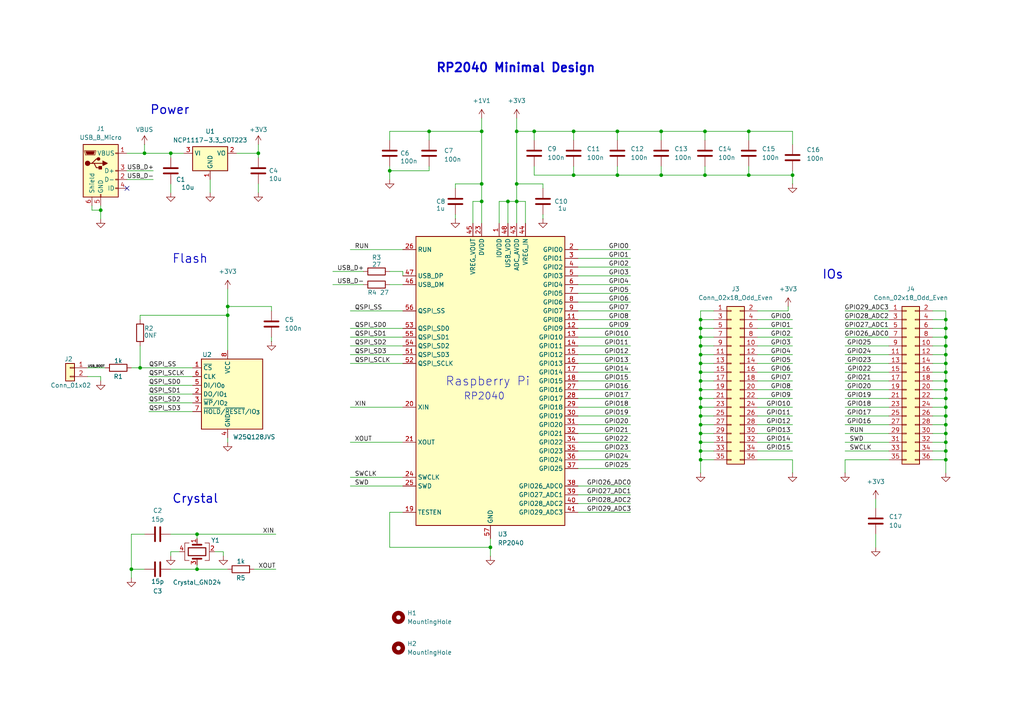
<source format=kicad_sch>
(kicad_sch (version 20250114) (generator "eeschema") (generator_version "9.0")
  (paper "A4")
  (title_block (title "RASPBERRY PI RP2040") (date "02-08-2025") (rev "v1") (company "ROOPA GHATKE"))
  (lib_symbols
    (symbol "Connector:USB_B_Micro" (pin_names (offset 1.016))
      (property "Reference" "J" (at -5.08 11.43 0))
      (property "Value" "USB_B_Micro" (at -5.08 8.89 0))
      (symbol "USB_B_Micro_1_1"
        (pin passive line (at -2.54 -10.16 90) (length 2.54) (name "Shield") (number "6"))
        (pin power_out line (at 0 -10.16 90) (length 2.54) (name "GND") (number "5"))
        (pin power_out line (at 7.62 5.08 180) (length 2.54) (name "VBUS") (number "1"))
        (pin bidirectional line (at 7.62 0 180) (length 2.54) (name "D+") (number "3"))
        (pin bidirectional line (at 7.62 -2.54 180) (length 2.54) (name "D-") (number "2"))
        (pin passive line (at 7.62 -5.08 180) (length 2.54) (name "ID") (number "4"))
      )
    )
    (symbol "Connector_Generic:Conn_01x02" (pin_names (offset 1.016) (hide yes))
      (property "Reference" "J" (at 0 2.54 0))
      (property "Value" "Conn_01x02" (at 0 -5.08 0))
      (symbol "Conn_01x02_1_1"
        (pin passive line (at -5.08 0 0) (length 3.81) (name "Pin_1") (number "1"))
        (pin passive line (at -5.08 -2.54 0) (length 3.81) (name "Pin_2") (number "2"))
      )
    )
    (symbol "Connector_Generic:Conn_02x18_Odd_Even" (pin_names (offset 1.016) (hide yes))
      (property "Reference" "J" (at 1.27 22.86 0))
      (property "Value" "Conn_02x18_Odd_Even" (at 1.27 -25.4 0))
      (symbol "Conn_02x18_Odd_Even_1_1"
        (pin passive line (at -5.08 20.32 0) (length 3.81) (name "Pin_1") (number "1"))
        (pin passive line (at -5.08 17.78 0) (length 3.81) (name "Pin_3") (number "3"))
        (pin passive line (at -5.08 15.24 0) (length 3.81) (name "Pin_5") (number "5"))
        (pin passive line (at -5.08 12.7 0) (length 3.81) (name "Pin_7") (number "7"))
        (pin passive line (at -5.08 10.16 0) (length 3.81) (name "Pin_9") (number "9"))
        (pin passive line (at -5.08 7.62 0) (length 3.81) (name "Pin_11") (number "11"))
        (pin passive line (at -5.08 5.08 0) (length 3.81) (name "Pin_13") (number "13"))
        (pin passive line (at -5.08 2.54 0) (length 3.81) (name "Pin_15") (number "15"))
        (pin passive line (at -5.08 0 0) (length 3.81) (name "Pin_17") (number "17"))
        (pin passive line (at -5.08 -2.54 0) (length 3.81) (name "Pin_19") (number "19"))
        (pin passive line (at -5.08 -5.08 0) (length 3.81) (name "Pin_21") (number "21"))
        (pin passive line (at -5.08 -7.62 0) (length 3.81) (name "Pin_23") (number "23"))
        (pin passive line (at -5.08 -10.16 0) (length 3.81) (name "Pin_25") (number "25"))
        (pin passive line (at -5.08 -12.7 0) (length 3.81) (name "Pin_27") (number "27"))
        (pin passive line (at -5.08 -15.24 0) (length 3.81) (name "Pin_29") (number "29"))
        (pin passive line (at -5.08 -17.78 0) (length 3.81) (name "Pin_31") (number "31"))
        (pin passive line (at -5.08 -20.32 0) (length 3.81) (name "Pin_33") (number "33"))
        (pin passive line (at -5.08 -22.86 0) (length 3.81) (name "Pin_35") (number "35"))
        (pin passive line (at 7.62 20.32 180) (length 3.81) (name "Pin_2") (number "2"))
        (pin passive line (at 7.62 17.78 180) (length 3.81) (name "Pin_4") (number "4"))
        (pin passive line (at 7.62 15.24 180) (length 3.81) (name "Pin_6") (number "6"))
        (pin passive line (at 7.62 12.7 180) (length 3.81) (name "Pin_8") (number "8"))
        (pin passive line (at 7.62 10.16 180) (length 3.81) (name "Pin_10") (number "10"))
        (pin passive line (at 7.62 7.62 180) (length 3.81) (name "Pin_12") (number "12"))
        (pin passive line (at 7.62 5.08 180) (length 3.81) (name "Pin_14") (number "14"))
        (pin passive line (at 7.62 2.54 180) (length 3.81) (name "Pin_16") (number "16"))
        (pin passive line (at 7.62 0 180) (length 3.81) (name "Pin_18") (number "18"))
        (pin passive line (at 7.62 -2.54 180) (length 3.81) (name "Pin_20") (number "20"))
        (pin passive line (at 7.62 -5.08 180) (length 3.81) (name "Pin_22") (number "22"))
        (pin passive line (at 7.62 -7.62 180) (length 3.81) (name "Pin_24") (number "24"))
        (pin passive line (at 7.62 -10.16 180) (length 3.81) (name "Pin_26") (number "26"))
        (pin passive line (at 7.62 -12.7 180) (length 3.81) (name "Pin_28") (number "28"))
        (pin passive line (at 7.62 -15.24 180) (length 3.81) (name "Pin_30") (number "30"))
        (pin passive line (at 7.62 -17.78 180) (length 3.81) (name "Pin_32") (number "32"))
        (pin passive line (at 7.62 -20.32 180) (length 3.81) (name "Pin_34") (number "34"))
        (pin passive line (at 7.62 -22.86 180) (length 3.81) (name "Pin_36") (number "36"))
      )
    )
    (symbol "Device:C" (pin_numbers (hide yes)) (pin_names (offset 0.254))
      (property "Reference" "C" (at 0.635 2.54 0))
      (property "Value" "C" (at 0.635 -2.54 0))
      (symbol "C_1_1"
        (pin passive line (at 0 3.81 270) (length 2.794) (name "~") (number "1"))
        (pin passive line (at 0 -3.81 90) (length 2.794) (name "~") (number "2"))
      )
    )
    (symbol "Device:Crystal_GND24" (pin_names (offset 1.016) (hide yes))
      (property "Reference" "Y" (at 3.175 5.08 0))
      (property "Value" "Crystal_GND24" (at 3.175 3.175 0))
      (symbol "Crystal_GND24_1_1"
        (pin passive line (at -3.81 0 0) (length 1.27) (name "1") (number "1"))
        (pin passive line (at 0 5.08 270) (length 1.27) (name "2") (number "2"))
        (pin passive line (at 0 -5.08 90) (length 1.27) (name "4") (number "4"))
        (pin passive line (at 3.81 0 180) (length 1.27) (name "3") (number "3"))
      )
    )
    (symbol "Device:R" (pin_numbers (hide yes)) (pin_names (offset 0))
      (property "Reference" "R" (at 2.032 0 90))
      (property "Value" "R" (at 0 0 90))
      (symbol "R_1_1"
        (pin passive line (at 0 3.81 270) (length 1.27) (name "~") (number "1"))
        (pin passive line (at 0 -3.81 90) (length 1.27) (name "~") (number "2"))
      )
    )
    (symbol "MCU_RaspberryPi:RP2040"
      (property "Reference" "U" (at 17.78 45.72 0))
      (property "Value" "RP2040" (at 17.78 43.18 0))
      (symbol "RP2040_1_1"
        (pin input line (at -25.4 38.1 0) (length 3.81) (name "RUN") (number "26"))
        (pin bidirectional line (at -25.4 30.48 0) (length 3.81) (name "USB_DP") (number "47"))
        (pin bidirectional line (at -25.4 27.94 0) (length 3.81) (name "USB_DM") (number "46"))
        (pin bidirectional line (at -25.4 20.32 0) (length 3.81) (name "QSPI_SS") (number "56"))
        (pin bidirectional line (at -25.4 15.24 0) (length 3.81) (name "QSPI_SD0") (number "53"))
        (pin bidirectional line (at -25.4 12.7 0) (length 3.81) (name "QSPI_SD1") (number "55"))
        (pin bidirectional line (at -25.4 10.16 0) (length 3.81) (name "QSPI_SD2") (number "54"))
        (pin bidirectional line (at -25.4 7.62 0) (length 3.81) (name "QSPI_SD3") (number "51"))
        (pin output line (at -25.4 5.08 0) (length 3.81) (name "QSPI_SCLK") (number "52"))
        (pin input line (at -25.4 -7.62 0) (length 3.81) (name "XIN") (number "20"))
        (pin passive line (at -25.4 -17.78 0) (length 3.81) (name "XOUT") (number "21"))
        (pin input line (at -25.4 -27.94 0) (length 3.81) (name "SWCLK") (number "24"))
        (pin bidirectional line (at -25.4 -30.48 0) (length 3.81) (name "SWD") (number "25"))
        (pin input line (at -25.4 -38.1 0) (length 3.81) (name "TESTEN") (number "19"))
        (pin power_out line (at -5.08 45.72 270) (length 3.81) (name "VREG_VOUT") (number "45"))
        (pin power_in line (at -2.54 45.72 270) (length 3.81) (name "DVDD") (number "23"))
        (pin passive line (at -2.54 45.72 270) (length 3.81) (hide yes) (name "DVDD") (number "50"))
        (pin power_in line (at 0 -45.72 90) (length 3.81) (name "GND") (number "57"))
        (pin power_in line (at 2.54 45.72 270) (length 3.81) (name "IOVDD") (number "1"))
        (pin passive line (at 2.54 45.72 270) (length 3.81) (hide yes) (name "IOVDD") (number "10"))
        (pin passive line (at 2.54 45.72 270) (length 3.81) (hide yes) (name "IOVDD") (number "22"))
        (pin passive line (at 2.54 45.72 270) (length 3.81) (hide yes) (name "IOVDD") (number "33"))
        (pin passive line (at 2.54 45.72 270) (length 3.81) (hide yes) (name "IOVDD") (number "42"))
        (pin passive line (at 2.54 45.72 270) (length 3.81) (hide yes) (name "IOVDD") (number "49"))
        (pin power_in line (at 5.08 45.72 270) (length 3.81) (name "USB_VDD") (number "48"))
        (pin power_in line (at 7.62 45.72 270) (length 3.81) (name "ADC_AVDD") (number "43"))
        (pin power_in line (at 10.16 45.72 270) (length 3.81) (name "VREG_IN") (number "44"))
        (pin bidirectional line (at 25.4 38.1 180) (length 3.81) (name "GPIO0") (number "2"))
        (pin bidirectional line (at 25.4 35.56 180) (length 3.81) (name "GPIO1") (number "3"))
        (pin bidirectional line (at 25.4 33.02 180) (length 3.81) (name "GPIO2") (number "4"))
        (pin bidirectional line (at 25.4 30.48 180) (length 3.81) (name "GPIO3") (number "5"))
        (pin bidirectional line (at 25.4 27.94 180) (length 3.81) (name "GPIO4") (number "6"))
        (pin bidirectional line (at 25.4 25.4 180) (length 3.81) (name "GPIO5") (number "7"))
        (pin bidirectional line (at 25.4 22.86 180) (length 3.81) (name "GPIO6") (number "8"))
        (pin bidirectional line (at 25.4 20.32 180) (length 3.81) (name "GPIO7") (number "9"))
        (pin bidirectional line (at 25.4 17.78 180) (length 3.81) (name "GPIO8") (number "11"))
        (pin bidirectional line (at 25.4 15.24 180) (length 3.81) (name "GPIO9") (number "12"))
        (pin bidirectional line (at 25.4 12.7 180) (length 3.81) (name "GPIO10") (number "13"))
        (pin bidirectional line (at 25.4 10.16 180) (length 3.81) (name "GPIO11") (number "14"))
        (pin bidirectional line (at 25.4 7.62 180) (length 3.81) (name "GPIO12") (number "15"))
        (pin bidirectional line (at 25.4 5.08 180) (length 3.81) (name "GPIO13") (number "16"))
        (pin bidirectional line (at 25.4 2.54 180) (length 3.81) (name "GPIO14") (number "17"))
        (pin bidirectional line (at 25.4 0 180) (length 3.81) (name "GPIO15") (number "18"))
        (pin bidirectional line (at 25.4 -2.54 180) (length 3.81) (name "GPIO16") (number "27"))
        (pin bidirectional line (at 25.4 -5.08 180) (length 3.81) (name "GPIO17") (number "28"))
        (pin bidirectional line (at 25.4 -7.62 180) (length 3.81) (name "GPIO18") (number "29"))
        (pin bidirectional line (at 25.4 -10.16 180) (length 3.81) (name "GPIO19") (number "30"))
        (pin bidirectional line (at 25.4 -12.7 180) (length 3.81) (name "GPIO20") (number "31"))
        (pin bidirectional line (at 25.4 -15.24 180) (length 3.81) (name "GPIO21") (number "32"))
        (pin bidirectional line (at 25.4 -17.78 180) (length 3.81) (name "GPIO22") (number "34"))
        (pin bidirectional line (at 25.4 -20.32 180) (length 3.81) (name "GPIO23") (number "35"))
        (pin bidirectional line (at 25.4 -22.86 180) (length 3.81) (name "GPIO24") (number "36"))
        (pin bidirectional line (at 25.4 -25.4 180) (length 3.81) (name "GPIO25") (number "37"))
        (pin bidirectional line (at 25.4 -30.48 180) (length 3.81) (name "GPIO26_ADC0") (number "38"))
        (pin bidirectional line (at 25.4 -33.02 180) (length 3.81) (name "GPIO27_ADC1") (number "39"))
        (pin bidirectional line (at 25.4 -35.56 180) (length 3.81) (name "GPIO28_ADC2") (number "40"))
        (pin bidirectional line (at 25.4 -38.1 180) (length 3.81) (name "GPIO29_ADC3") (number "41"))
      )
    )
    (symbol "Mechanical:MountingHole" (pin_names (offset 1.016)) (in_bom no)
      (property "Reference" "H" (at 0 5.08 0))
      (property "Value" "MountingHole" (at 0 3.175 0))
    )
    (symbol "Memory_Flash:W25Q128JVS"
      (property "Reference" "U" (at -6.35 11.43 0))
      (property "Value" "W25Q128JVS" (at 7.62 11.43 0))
      (symbol "W25Q128JVS_1_1"
        (pin input line (at -10.16 7.62 0) (length 2.54) (name "~{CS}") (number "1"))
        (pin input line (at -10.16 5.08 0) (length 2.54) (name "CLK") (number "6"))
        (pin bidirectional line (at -10.16 2.54 0) (length 2.54) (name "DI/IO_{0}") (number "5"))
        (pin bidirectional line (at -10.16 0 0) (length 2.54) (name "DO/IO_{1}") (number "2"))
        (pin bidirectional line (at -10.16 -2.54 0) (length 2.54) (name "~{WP}/IO_{2}") (number "3"))
        (pin bidirectional line (at -10.16 -5.08 0) (length 2.54) (name "~{HOLD}/~{RESET}/IO_{3}") (number "7"))
        (pin power_in line (at 0 12.7 270) (length 2.54) (name "VCC") (number "8"))
        (pin power_in line (at 0 -12.7 90) (length 2.54) (name "GND") (number "4"))
      )
    )
    (symbol "Regulator_Linear:NCP1117-3.3_SOT223"
      (property "Reference" "U" (at -3.81 3.175 0))
      (property "Value" "NCP1117-3.3_SOT223" (at 0 3.175 0))
      (symbol "NCP1117-3.3_SOT223_1_1"
        (pin power_in line (at -7.62 0 0) (length 2.54) (name "VI") (number "3"))
        (pin power_in line (at 0 -7.62 90) (length 2.54) (name "GND") (number "1"))
        (pin power_out line (at 7.62 0 180) (length 2.54) (name "VO") (number "2"))
      )
    )
    (symbol "power:+1V1" (power) (pin_numbers (hide yes)) (pin_names (offset 0) (hide yes))
      (property "Value" "+1V1" (at 0 3.556 0))
      (symbol "+1V1_1_1"
        (pin power_in line (at 0 0 90) (length 0) (name "~") (number "1"))
      )
    )
    (symbol "power:+3V3" (power) (pin_numbers (hide yes)) (pin_names (offset 0) (hide yes))
      (property "Value" "+3V3" (at 0 3.556 0))
      (symbol "+3V3_1_1"
        (pin power_in line (at 0 0 90) (length 0) (name "~") (number "1"))
      )
    )
    (symbol "power:GND" (power) (pin_numbers (hide yes)) (pin_names (offset 0) (hide yes))
      (property "Value" "GND" (at 0 -3.81 0))
      (symbol "GND_1_1"
        (pin power_in line (at 0 0 270) (length 0) (name "~") (number "1"))
      )
    )
    (symbol "power:VBUS" (power) (pin_numbers (hide yes)) (pin_names (offset 0) (hide yes))
      (property "Value" "VBUS" (at 0 3.556 0))
      (symbol "VBUS_1_1"
        (pin power_in line (at 0 0 90) (length 0) (name "~") (number "1"))
      )
    )
  )
  (text "IOs\n" (at 241.554 79.756 0) (effects (font (size 2.54 2.54) (thickness 0.3175))))
  (text "Raspberry Pi" (at 141.478 110.744 0) (effects (font (size 2.54 2.54))))
  (text "Flash" (at 55.118 75.184 0) (effects (font (size 2.54 2.54) (thickness 0.254) (bold yes))))
  (text "Power" (at 49.276 32.004 0) (effects (font (size 2.54 2.54) (thickness 0.3175))))
  (text "Crystal" (at 56.642 144.78 0) (effects (font (size 2.54 2.54) (thickness 0.3175))))
  (text "RP2040 Minimal Design\n" (at 149.606 19.812 0) (effects (font (size 2.54 2.54) (thickness 0.508) (bold yes))))
  (text "RP2040\n" (at 140.462 115.062 0) (effects (font (size 2.032 2.032))))
  (junction (at 191.77 38.1))
  (junction (at 149.86 53.34))
  (junction (at 203.2 128.27))
  (junction (at 274.32 97.79))
  (junction (at 38.1 165.1))
  (junction (at 179.07 38.1))
  (junction (at 203.2 120.65))
  (junction (at 203.2 123.19))
  (junction (at 40.64 106.68))
  (junction (at 149.86 38.1))
  (junction (at 66.04 91.44))
  (junction (at 217.17 50.8))
  (junction (at 203.2 110.49))
  (junction (at 203.2 130.81))
  (junction (at 274.32 125.73))
  (junction (at 203.2 118.11))
  (junction (at 274.32 95.25))
  (junction (at 57.15 154.94))
  (junction (at 203.2 125.73))
  (junction (at 274.32 102.87))
  (junction (at 149.86 58.42))
  (junction (at 113.03 49.53))
  (junction (at 179.07 50.8))
  (junction (at 203.2 95.25))
  (junction (at 166.37 50.8))
  (junction (at 41.91 44.45))
  (junction (at 139.7 53.34))
  (junction (at 229.87 50.8))
  (junction (at 49.53 44.45))
  (junction (at 274.32 92.71))
  (junction (at 217.17 38.1))
  (junction (at 274.32 120.65))
  (junction (at 66.04 88.9))
  (junction (at 203.2 113.03))
  (junction (at 29.21 60.96))
  (junction (at 204.47 38.1))
  (junction (at 191.77 50.8))
  (junction (at 142.24 158.75))
  (junction (at 57.15 165.1))
  (junction (at 274.32 110.49))
  (junction (at 274.32 107.95))
  (junction (at 139.7 38.1))
  (junction (at 274.32 113.03))
  (junction (at 203.2 92.71))
  (junction (at 203.2 105.41))
  (junction (at 274.32 123.19))
  (junction (at 204.47 50.8))
  (junction (at 203.2 102.87))
  (junction (at 203.2 107.95))
  (junction (at 124.46 38.1))
  (junction (at 147.32 58.42))
  (junction (at 74.93 44.45))
  (junction (at 274.32 133.35))
  (junction (at 203.2 97.79))
  (junction (at 139.7 58.42))
  (junction (at 274.32 118.11))
  (junction (at 274.32 100.33))
  (junction (at 274.32 115.57))
  (junction (at 203.2 133.35))
  (junction (at 203.2 115.57))
  (junction (at 154.94 38.1))
  (junction (at 274.32 130.81))
  (junction (at 274.32 105.41))
  (junction (at 166.37 38.1))
  (junction (at 203.2 100.33))
  (junction (at 274.32 128.27))
  (no_connect (at 36.83 54.61))
  (wire (pts (xy 270.51 125.73) (xy 274.32 125.73)))
  (wire (pts (xy 57.15 154.94) (xy 57.15 156.21)))
  (wire (pts (xy 270.51 100.33) (xy 274.32 100.33)))
  (wire (pts (xy 270.51 128.27) (xy 274.32 128.27)))
  (wire (pts (xy 40.64 106.68) (xy 55.88 106.68)))
  (wire (pts (xy 66.04 88.9) (xy 66.04 91.44)))
  (wire (pts (xy 139.7 53.34) (xy 139.7 58.42)))
  (wire (pts (xy 113.03 158.75) (xy 142.24 158.75)))
  (wire (pts (xy 40.64 92.71) (xy 40.64 91.44)))
  (wire (pts (xy 124.46 38.1) (xy 124.46 40.64)))
  (wire (pts (xy 49.53 160.02) (xy 49.53 161.29)))
  (wire (pts (xy 274.32 107.95) (xy 274.32 110.49)))
  (wire (pts (xy 166.37 38.1) (xy 179.07 38.1)))
  (wire (pts (xy 167.64 118.11) (xy 182.88 118.11)))
  (wire (pts (xy 167.64 85.09) (xy 182.88 85.09)))
  (wire (pts (xy 270.51 105.41) (xy 274.32 105.41)))
  (wire (pts (xy 217.17 50.8) (xy 229.87 50.8)))
  (wire (pts (xy 167.64 133.35) (xy 182.88 133.35)))
  (wire (pts (xy 101.6 95.25) (xy 116.84 95.25)))
  (wire (pts (xy 38.1 154.94) (xy 38.1 165.1)))
  (wire (pts (xy 49.53 44.45) (xy 49.53 45.72)))
  (wire (pts (xy 270.51 120.65) (xy 274.32 120.65)))
  (wire (pts (xy 154.94 38.1) (xy 154.94 40.64)))
  (wire (pts (xy 66.04 83.82) (xy 66.04 88.9)))
  (wire (pts (xy 113.03 49.53) (xy 124.46 49.53)))
  (wire (pts (xy 57.15 154.94) (xy 80.01 154.94)))
  (wire (pts (xy 203.2 120.65) (xy 203.2 123.19)))
  (wire (pts (xy 101.6 118.11) (xy 116.84 118.11)))
  (wire (pts (xy 74.93 44.45) (xy 74.93 45.72)))
  (wire (pts (xy 167.64 97.79) (xy 182.88 97.79)))
  (wire (pts (xy 270.51 123.19) (xy 274.32 123.19)))
  (wire (pts (xy 124.46 49.53) (xy 124.46 48.26)))
  (wire (pts (xy 203.2 100.33) (xy 207.01 100.33)))
  (wire (pts (xy 101.6 105.41) (xy 116.84 105.41)))
  (wire (pts (xy 154.94 38.1) (xy 166.37 38.1)))
  (wire (pts (xy 66.04 127) (xy 66.04 128.27)))
  (wire (pts (xy 229.87 133.35) (xy 229.87 137.16)))
  (wire (pts (xy 203.2 97.79) (xy 203.2 100.33)))
  (wire (pts (xy 191.77 38.1) (xy 204.47 38.1)))
  (wire (pts (xy 270.51 130.81) (xy 274.32 130.81)))
  (wire (pts (xy 57.15 163.83) (xy 57.15 165.1)))
  (wire (pts (xy 40.64 106.68) (xy 40.64 100.33)))
  (wire (pts (xy 228.6 88.9) (xy 228.6 90.17)))
  (wire (pts (xy 179.07 38.1) (xy 179.07 40.64)))
  (wire (pts (xy 74.93 41.91) (xy 74.93 44.45)))
  (wire (pts (xy 203.2 118.11) (xy 207.01 118.11)))
  (wire (pts (xy 245.11 123.19) (xy 257.81 123.19)))
  (wire (pts (xy 245.11 133.35) (xy 245.11 137.16)))
  (wire (pts (xy 101.6 72.39) (xy 116.84 72.39)))
  (wire (pts (xy 229.87 38.1) (xy 229.87 41.91)))
  (wire (pts (xy 257.81 102.87) (xy 245.11 102.87)))
  (wire (pts (xy 29.21 109.22) (xy 29.21 110.49)))
  (wire (pts (xy 166.37 48.26) (xy 166.37 50.8)))
  (wire (pts (xy 191.77 38.1) (xy 191.77 40.64)))
  (wire (pts (xy 203.2 115.57) (xy 203.2 118.11)))
  (wire (pts (xy 132.08 53.34) (xy 139.7 53.34)))
  (wire (pts (xy 43.18 109.22) (xy 55.88 109.22)))
  (wire (pts (xy 274.32 113.03) (xy 274.32 115.57)))
  (wire (pts (xy 167.64 77.47) (xy 182.88 77.47)))
  (wire (pts (xy 203.2 130.81) (xy 207.01 130.81)))
  (wire (pts (xy 49.53 53.34) (xy 49.53 55.88)))
  (wire (pts (xy 96.52 78.74) (xy 105.41 78.74)))
  (wire (pts (xy 149.86 38.1) (xy 154.94 38.1)))
  (wire (pts (xy 167.64 74.93) (xy 182.88 74.93)))
  (wire (pts (xy 101.6 97.79) (xy 116.84 97.79)))
  (wire (pts (xy 245.11 115.57) (xy 257.81 115.57)))
  (wire (pts (xy 96.52 82.55) (xy 105.41 82.55)))
  (wire (pts (xy 219.71 102.87) (xy 229.87 102.87)))
  (wire (pts (xy 219.71 90.17) (xy 228.6 90.17)))
  (wire (pts (xy 203.2 128.27) (xy 207.01 128.27)))
  (wire (pts (xy 257.81 110.49) (xy 245.11 110.49)))
  (wire (pts (xy 203.2 120.65) (xy 207.01 120.65)))
  (wire (pts (xy 219.71 123.19) (xy 229.87 123.19)))
  (wire (pts (xy 43.18 116.84) (xy 55.88 116.84)))
  (wire (pts (xy 78.74 97.79) (xy 78.74 99.06)))
  (wire (pts (xy 149.86 38.1) (xy 149.86 53.34)))
  (wire (pts (xy 203.2 118.11) (xy 203.2 120.65)))
  (wire (pts (xy 274.32 130.81) (xy 274.32 133.35)))
  (wire (pts (xy 219.71 133.35) (xy 229.87 133.35)))
  (wire (pts (xy 254 144.78) (xy 254 147.32)))
  (wire (pts (xy 149.86 58.42) (xy 149.86 64.77)))
  (wire (pts (xy 257.81 105.41) (xy 245.11 105.41)))
  (wire (pts (xy 139.7 34.29) (xy 139.7 38.1)))
  (wire (pts (xy 167.64 105.41) (xy 182.88 105.41)))
  (wire (pts (xy 113.03 40.64) (xy 113.03 38.1)))
  (wire (pts (xy 274.32 115.57) (xy 274.32 118.11)))
  (wire (pts (xy 207.01 90.17) (xy 203.2 90.17)))
  (wire (pts (xy 116.84 148.59) (xy 113.03 148.59)))
  (wire (pts (xy 101.6 90.17) (xy 116.84 90.17)))
  (wire (pts (xy 57.15 165.1) (xy 66.04 165.1)))
  (wire (pts (xy 203.2 92.71) (xy 203.2 95.25)))
  (wire (pts (xy 203.2 125.73) (xy 203.2 128.27)))
  (wire (pts (xy 217.17 38.1) (xy 229.87 38.1)))
  (wire (pts (xy 113.03 38.1) (xy 124.46 38.1)))
  (wire (pts (xy 203.2 90.17) (xy 203.2 92.71)))
  (wire (pts (xy 219.71 95.25) (xy 229.87 95.25)))
  (wire (pts (xy 132.08 54.61) (xy 132.08 53.34)))
  (wire (pts (xy 203.2 130.81) (xy 203.2 133.35)))
  (wire (pts (xy 229.87 50.8) (xy 229.87 53.34)))
  (wire (pts (xy 270.51 118.11) (xy 274.32 118.11)))
  (wire (pts (xy 274.32 102.87) (xy 274.32 105.41)))
  (wire (pts (xy 144.78 58.42) (xy 147.32 58.42)))
  (wire (pts (xy 245.11 100.33) (xy 257.81 100.33)))
  (wire (pts (xy 219.71 113.03) (xy 229.87 113.03)))
  (wire (pts (xy 219.71 130.81) (xy 229.87 130.81)))
  (wire (pts (xy 167.64 107.95) (xy 182.88 107.95)))
  (wire (pts (xy 203.2 92.71) (xy 207.01 92.71)))
  (wire (pts (xy 132.08 62.23) (xy 132.08 63.5)))
  (wire (pts (xy 203.2 113.03) (xy 203.2 115.57)))
  (wire (pts (xy 38.1 165.1) (xy 38.1 167.64)))
  (wire (pts (xy 29.21 59.69) (xy 29.21 60.96)))
  (wire (pts (xy 179.07 48.26) (xy 179.07 50.8)))
  (wire (pts (xy 167.64 128.27) (xy 182.88 128.27)))
  (wire (pts (xy 203.2 95.25) (xy 207.01 95.25)))
  (wire (pts (xy 36.83 49.53) (xy 44.45 49.53)))
  (wire (pts (xy 101.6 102.87) (xy 116.84 102.87)))
  (wire (pts (xy 219.71 97.79) (xy 229.87 97.79)))
  (wire (pts (xy 167.64 110.49) (xy 182.88 110.49)))
  (wire (pts (xy 68.58 44.45) (xy 74.93 44.45)))
  (wire (pts (xy 274.32 110.49) (xy 274.32 113.03)))
  (wire (pts (xy 113.03 148.59) (xy 113.03 158.75)))
  (wire (pts (xy 204.47 38.1) (xy 204.47 40.64)))
  (wire (pts (xy 147.32 64.77) (xy 147.32 58.42)))
  (wire (pts (xy 257.81 107.95) (xy 245.11 107.95)))
  (wire (pts (xy 219.71 92.71) (xy 229.87 92.71)))
  (wire (pts (xy 78.74 88.9) (xy 78.74 90.17)))
  (wire (pts (xy 274.32 90.17) (xy 274.32 92.71)))
  (wire (pts (xy 203.2 125.73) (xy 207.01 125.73)))
  (wire (pts (xy 203.2 133.35) (xy 203.2 137.16)))
  (wire (pts (xy 217.17 38.1) (xy 217.17 40.64)))
  (wire (pts (xy 274.32 128.27) (xy 274.32 130.81)))
  (wire (pts (xy 203.2 105.41) (xy 203.2 107.95)))
  (wire (pts (xy 101.6 140.97) (xy 116.84 140.97)))
  (wire (pts (xy 26.67 60.96) (xy 29.21 60.96)))
  (wire (pts (xy 203.2 115.57) (xy 207.01 115.57)))
  (wire (pts (xy 52.07 160.02) (xy 49.53 160.02)))
  (wire (pts (xy 191.77 50.8) (xy 204.47 50.8)))
  (wire (pts (xy 219.71 118.11) (xy 229.87 118.11)))
  (wire (pts (xy 274.32 125.73) (xy 274.32 128.27)))
  (wire (pts (xy 25.4 106.68) (xy 30.48 106.68)))
  (wire (pts (xy 245.11 118.11) (xy 257.81 118.11)))
  (wire (pts (xy 167.64 102.87) (xy 182.88 102.87)))
  (wire (pts (xy 142.24 156.21) (xy 142.24 158.75)))
  (wire (pts (xy 217.17 48.26) (xy 217.17 50.8)))
  (wire (pts (xy 274.32 100.33) (xy 274.32 102.87)))
  (wire (pts (xy 41.91 41.91) (xy 41.91 44.45)))
  (wire (pts (xy 101.6 100.33) (xy 116.84 100.33)))
  (wire (pts (xy 179.07 50.8) (xy 191.77 50.8)))
  (wire (pts (xy 144.78 64.77) (xy 144.78 58.42)))
  (wire (pts (xy 113.03 78.74) (xy 116.84 78.74)))
  (wire (pts (xy 113.03 82.55) (xy 116.84 82.55)))
  (wire (pts (xy 167.64 143.51) (xy 182.88 143.51)))
  (wire (pts (xy 245.11 130.81) (xy 257.81 130.81)))
  (wire (pts (xy 167.64 100.33) (xy 182.88 100.33)))
  (wire (pts (xy 219.71 105.41) (xy 229.87 105.41)))
  (wire (pts (xy 49.53 165.1) (xy 57.15 165.1)))
  (wire (pts (xy 167.64 115.57) (xy 182.88 115.57)))
  (wire (pts (xy 219.71 107.95) (xy 229.87 107.95)))
  (wire (pts (xy 116.84 78.74) (xy 116.84 80.01)))
  (wire (pts (xy 41.91 154.94) (xy 38.1 154.94)))
  (wire (pts (xy 270.51 115.57) (xy 274.32 115.57)))
  (wire (pts (xy 166.37 38.1) (xy 166.37 40.64)))
  (wire (pts (xy 203.2 107.95) (xy 203.2 110.49)))
  (wire (pts (xy 245.11 125.73) (xy 257.81 125.73)))
  (wire (pts (xy 113.03 49.53) (xy 113.03 52.07)))
  (wire (pts (xy 26.67 59.69) (xy 26.67 60.96)))
  (wire (pts (xy 137.16 64.77) (xy 137.16 58.42)))
  (wire (pts (xy 245.11 95.25) (xy 257.81 95.25)))
  (wire (pts (xy 142.24 158.75) (xy 142.24 161.29)))
  (wire (pts (xy 203.2 113.03) (xy 207.01 113.03)))
  (wire (pts (xy 191.77 48.26) (xy 191.77 50.8)))
  (wire (pts (xy 139.7 58.42) (xy 139.7 64.77)))
  (wire (pts (xy 203.2 107.95) (xy 207.01 107.95)))
  (wire (pts (xy 219.71 115.57) (xy 229.87 115.57)))
  (wire (pts (xy 274.32 118.11) (xy 274.32 120.65)))
  (wire (pts (xy 270.51 110.49) (xy 274.32 110.49)))
  (wire (pts (xy 40.64 91.44) (xy 66.04 91.44)))
  (wire (pts (xy 137.16 58.42) (xy 139.7 58.42)))
  (wire (pts (xy 219.71 128.27) (xy 229.87 128.27)))
  (wire (pts (xy 36.83 44.45) (xy 41.91 44.45)))
  (wire (pts (xy 25.4 109.22) (xy 29.21 109.22)))
  (wire (pts (xy 204.47 48.26) (xy 204.47 50.8)))
  (wire (pts (xy 245.11 120.65) (xy 257.81 120.65)))
  (wire (pts (xy 270.51 107.95) (xy 274.32 107.95)))
  (wire (pts (xy 167.64 87.63) (xy 182.88 87.63)))
  (wire (pts (xy 245.11 128.27) (xy 257.81 128.27)))
  (wire (pts (xy 219.71 100.33) (xy 229.87 100.33)))
  (wire (pts (xy 274.32 97.79) (xy 274.32 100.33)))
  (wire (pts (xy 66.04 91.44) (xy 66.04 101.6)))
  (wire (pts (xy 219.71 125.73) (xy 229.87 125.73)))
  (wire (pts (xy 113.03 48.26) (xy 113.03 49.53)))
  (wire (pts (xy 219.71 120.65) (xy 229.87 120.65)))
  (wire (pts (xy 245.11 97.79) (xy 257.81 97.79)))
  (wire (pts (xy 66.04 88.9) (xy 78.74 88.9)))
  (wire (pts (xy 49.53 154.94) (xy 57.15 154.94)))
  (wire (pts (xy 179.07 38.1) (xy 191.77 38.1)))
  (wire (pts (xy 139.7 38.1) (xy 139.7 53.34)))
  (wire (pts (xy 167.64 95.25) (xy 182.88 95.25)))
  (wire (pts (xy 270.51 92.71) (xy 274.32 92.71)))
  (wire (pts (xy 203.2 97.79) (xy 207.01 97.79)))
  (wire (pts (xy 167.64 90.17) (xy 182.88 90.17)))
  (wire (pts (xy 43.18 111.76) (xy 55.88 111.76)))
  (wire (pts (xy 167.64 82.55) (xy 182.88 82.55)))
  (wire (pts (xy 74.93 53.34) (xy 74.93 55.88)))
  (wire (pts (xy 167.64 123.19) (xy 182.88 123.19)))
  (wire (pts (xy 149.86 34.29) (xy 149.86 38.1)))
  (wire (pts (xy 149.86 53.34) (xy 149.86 58.42)))
  (wire (pts (xy 167.64 92.71) (xy 182.88 92.71)))
  (wire (pts (xy 270.51 102.87) (xy 274.32 102.87)))
  (wire (pts (xy 29.21 60.96) (xy 29.21 63.5)))
  (wire (pts (xy 274.32 120.65) (xy 274.32 123.19)))
  (wire (pts (xy 167.64 135.89) (xy 182.88 135.89)))
  (wire (pts (xy 157.48 54.61) (xy 157.48 53.34)))
  (wire (pts (xy 274.32 133.35) (xy 274.32 137.16)))
  (wire (pts (xy 167.64 130.81) (xy 182.88 130.81)))
  (wire (pts (xy 203.2 100.33) (xy 203.2 102.87)))
  (wire (pts (xy 204.47 38.1) (xy 217.17 38.1)))
  (wire (pts (xy 101.6 128.27) (xy 116.84 128.27)))
  (wire (pts (xy 43.18 119.38) (xy 55.88 119.38)))
  (wire (pts (xy 245.11 113.03) (xy 257.81 113.03)))
  (wire (pts (xy 36.83 52.07) (xy 44.45 52.07)))
  (wire (pts (xy 167.64 125.73) (xy 182.88 125.73)))
  (wire (pts (xy 245.11 133.35) (xy 257.81 133.35)))
  (wire (pts (xy 274.32 123.19) (xy 274.32 125.73)))
  (wire (pts (xy 270.51 113.03) (xy 274.32 113.03)))
  (wire (pts (xy 38.1 165.1) (xy 41.91 165.1)))
  (wire (pts (xy 245.11 92.71) (xy 257.81 92.71)))
  (wire (pts (xy 157.48 62.23) (xy 157.48 63.5)))
  (wire (pts (xy 166.37 50.8) (xy 179.07 50.8)))
  (wire (pts (xy 38.1 106.68) (xy 40.64 106.68)))
  (wire (pts (xy 270.51 133.35) (xy 274.32 133.35)))
  (wire (pts (xy 167.64 80.01) (xy 182.88 80.01)))
  (wire (pts (xy 203.2 102.87) (xy 207.01 102.87)))
  (wire (pts (xy 274.32 105.41) (xy 274.32 107.95)))
  (wire (pts (xy 203.2 95.25) (xy 203.2 97.79)))
  (wire (pts (xy 274.32 92.71) (xy 274.32 95.25)))
  (wire (pts (xy 203.2 110.49) (xy 207.01 110.49)))
  (wire (pts (xy 254 154.94) (xy 254 158.75)))
  (wire (pts (xy 204.47 50.8) (xy 217.17 50.8)))
  (wire (pts (xy 274.32 95.25) (xy 274.32 97.79)))
  (wire (pts (xy 124.46 38.1) (xy 139.7 38.1)))
  (wire (pts (xy 167.64 120.65) (xy 182.88 120.65)))
  (wire (pts (xy 270.51 95.25) (xy 274.32 95.25)))
  (wire (pts (xy 154.94 50.8) (xy 166.37 50.8)))
  (wire (pts (xy 167.64 146.05) (xy 182.88 146.05)))
  (wire (pts (xy 270.51 97.79) (xy 274.32 97.79)))
  (wire (pts (xy 49.53 44.45) (xy 53.34 44.45)))
  (wire (pts (xy 167.64 140.97) (xy 182.88 140.97)))
  (wire (pts (xy 203.2 123.19) (xy 207.01 123.19)))
  (wire (pts (xy 203.2 102.87) (xy 203.2 105.41)))
  (wire (pts (xy 62.23 160.02) (xy 64.77 160.02)))
  (wire (pts (xy 64.77 160.02) (xy 64.77 161.29)))
  (wire (pts (xy 152.4 64.77) (xy 152.4 58.42)))
  (wire (pts (xy 203.2 105.41) (xy 207.01 105.41)))
  (wire (pts (xy 157.48 53.34) (xy 149.86 53.34)))
  (wire (pts (xy 270.51 90.17) (xy 274.32 90.17)))
  (wire (pts (xy 229.87 50.8) (xy 229.87 49.53)))
  (wire (pts (xy 101.6 138.43) (xy 116.84 138.43)))
  (wire (pts (xy 167.64 72.39) (xy 182.88 72.39)))
  (wire (pts (xy 245.11 90.17) (xy 257.81 90.17)))
  (wire (pts (xy 203.2 133.35) (xy 207.01 133.35)))
  (wire (pts (xy 152.4 58.42) (xy 149.86 58.42)))
  (wire (pts (xy 43.18 114.3) (xy 55.88 114.3)))
  (wire (pts (xy 203.2 110.49) (xy 203.2 113.03)))
  (wire (pts (xy 73.66 165.1) (xy 80.01 165.1)))
  (wire (pts (xy 167.64 113.03) (xy 182.88 113.03)))
  (wire (pts (xy 154.94 48.26) (xy 154.94 50.8)))
  (wire (pts (xy 60.96 52.07) (xy 60.96 55.88)))
  (wire (pts (xy 147.32 58.42) (xy 149.86 58.42)))
  (wire (pts (xy 203.2 123.19) (xy 203.2 125.73)))
  (wire (pts (xy 219.71 110.49) (xy 229.87 110.49)))
  (wire (pts (xy 167.64 148.59) (xy 182.88 148.59)))
  (wire (pts (xy 203.2 128.27) (xy 203.2 130.81)))
  (wire (pts (xy 41.91 44.45) (xy 49.53 44.45)))
  (label "SWCLK" (at 102.87 138.43 0))
  (label "USB_D+" (at 97.79 78.74 0))
  (label "GPIO7" (at 223.52 110.49 0))
  (label "GPIO5" (at 223.52 105.41 0))
  (label "SWCLK" (at 246.38 130.81 0))
  (label "GPIO10" (at 175.26 97.79 0))
  (label "GPIO27_ADC1" (at 257.81 95.25 180))
  (label "GPIO3" (at 223.52 100.33 0))
  (label "GPIO26_ADC0" (at 170.18 140.97 0))
  (label "GPIO5" (at 176.53 85.09 0))
  (label "XIN" (at 102.87 118.11 0))
  (label "GPIO18" (at 175.26 118.11 0))
  (label "GPIO17" (at 175.26 115.57 0))
  (label "GPIO9" (at 176.53 95.25 0))
  (label "GPIO11" (at 222.25 120.65 0))
  (label "USB_D-" (at 97.79 82.55 0))
  (label "QSPI_SD2" (at 102.87 100.33 0))
  (label "GPIO20" (at 252.73 113.03 180))
  (label "USB_D-" (at 36.83 52.07 0))
  (label "QSPI_SD0" (at 43.18 111.76 0))
  (label "QSPI_SD1" (at 102.87 97.79 0))
  (label "XOUT" (at 102.87 128.27 0))
  (label "GPIO26_ADC0" (at 257.81 97.79 180))
  (label "QSPI_SD0" (at 102.87 95.25 0))
  (label "QSPI_SS" (at 102.87 90.17 0))
  (label "GPIO23" (at 175.26 130.81 0))
  (label "GPIO28_ADC2" (at 257.81 92.71 180))
  (label "GPIO18" (at 252.73 118.11 180))
  (label "GPIO13" (at 175.26 105.41 0))
  (label "GPIO20" (at 175.26 123.19 0))
  (label "GPIO24" (at 175.26 133.35 0))
  (label "GPIO14" (at 222.25 128.27 0))
  (label "GPIO12" (at 222.25 123.19 0))
  (label "XOUT" (at 74.93 165.1 0))
  (label "GPIO4" (at 176.53 82.55 0))
  (label "QSPI_SD2" (at 43.18 116.84 0))
  (label "GPIO1" (at 223.52 95.25 0))
  (label "GPIO2" (at 223.52 97.79 0))
  (label "QSPI_SCLK" (at 43.18 109.22 0))
  (label "GPIO19" (at 175.26 120.65 0))
  (label "GPIO19" (at 252.73 115.57 180))
  (label "GPI022" (at 175.26 128.27 0))
  (label "USB_BOOT" (at 25.4 106.68 0) (effects (font (size 0.635 0.635))))
  (label "GPIO10" (at 222.25 118.11 0))
  (label "GPIO16" (at 252.73 123.19 180))
  (label "SWD" (at 246.38 128.27 0))
  (label "GPIO24" (at 252.73 102.87 180))
  (label "QSPI_SCLK" (at 102.87 105.41 0))
  (label "GPIO29_ADC3" (at 257.81 90.17 180))
  (label "GPIO0" (at 223.52 92.71 0))
  (label "GPIO14" (at 175.26 107.95 0))
  (label "GPIO0" (at 176.53 72.39 0))
  (label "GPIO15" (at 175.26 110.49 0))
  (label "GPIO13" (at 222.25 125.73 0))
  (label "GPIO25" (at 252.73 100.33 180))
  (label "GPIO9" (at 223.52 115.57 0))
  (label "GPIO1" (at 176.53 74.93 0))
  (label "GPIO23" (at 252.73 105.41 180))
  (label "QSPI_SS" (at 43.18 106.68 0))
  (label "GPIO8" (at 223.52 113.03 0))
  (label "GPI022" (at 252.73 107.95 180))
  (label "QSPI_SD3" (at 102.87 102.87 0))
  (label "GPIO3" (at 176.53 80.01 0))
  (label "GPIO7" (at 176.53 90.17 0))
  (label "GPIO6" (at 176.53 87.63 0))
  (label "GPIO29_ADC3" (at 170.18 148.59 0))
  (label "RUN" (at 246.38 125.73 0))
  (label "GPIO28_ADC2" (at 170.18 146.05 0))
  (label "SWD" (at 102.87 140.97 0))
  (label "GPIO11" (at 175.26 100.33 0))
  (label "GPIO2" (at 176.53 77.47 0))
  (label "RUN" (at 102.87 72.39 0))
  (label "XIN" (at 76.2 154.94 0))
  (label "USB_D+" (at 36.83 49.53 0))
  (label "GPIO25" (at 175.26 135.89 0))
  (label "QSPI_SD1" (at 43.18 114.3 0))
  (label "GPIO4" (at 223.52 102.87 0))
  (label "GPIO21" (at 175.26 125.73 0))
  (label "GPIO21" (at 252.73 110.49 180))
  (label "GPIO17" (at 252.73 120.65 180))
  (label "GPIO27_ADC1" (at 170.18 143.51 0))
  (label "GPIO15" (at 222.25 130.81 0))
  (label "GPIO12" (at 175.26 102.87 0))
  (label "GPIO6" (at 223.52 107.95 0))
  (label "GPIO8" (at 176.53 92.71 0))
  (label "GPIO16" (at 175.26 113.03 0))
  (label "QSPI_SD3" (at 43.18 119.38 0))
  (symbol (lib_id "Connector_Generic:Conn_01x02") (at 20.32 106.68 0) (mirror y) (unit 1)
    (property "Reference" "J2" (at 21.082 104.14 0) (effects (justify left)))
    (property "Value" "Conn_01x02" (at 26.416 111.76 0) (effects (justify left)))
    (property "Footprint" "Connector_PinHeader_2.54mm:PinHeader_1x02_P2.54mm_Vertical" (effects (hide yes)))
    (property "Description" "Generic connector, single row, 01x02, script generated (kicad-library-utils/schlib/autogen/connector/)" (effects (hide yes)))
  )
  (symbol (lib_id "power:+3V3") (at 149.86 34.29 0) (unit 1)
    (property "Reference" "#PWR06" (effects (hide yes)))
    (property "Value" "+3V3" (at 149.86 29.21 0))
    (property "Description" "Power symbol creates a global label with name \"+3V3\"" (effects (hide yes)))
  )
  (symbol (lib_id "Device:C") (at 132.08 58.42 180) (unit 1)
    (property "Reference" "C8" (at 126.492 58.42 0) (effects (justify right)))
    (property "Value" "1u" (at 126.492 60.452 0) (effects (justify right)))
    (property "Footprint" "Capacitor_SMD:C_0201_0603Metric" (effects (hide yes)))
    (property "Description" "Unpolarized capacitor" (effects (hide yes)))
  )
  (symbol (lib_id "Device:C") (at 49.53 49.53 0) (unit 1)
    (property "Reference" "C1" (at 51.054 52.07 0) (effects (justify left)))
    (property "Value" "10u" (at 52.578 54.356 0) (effects (justify left)))
    (property "Footprint" "Capacitor_SMD:C_0201_0603Metric" (effects (hide yes)))
    (property "Description" "Unpolarized capacitor" (effects (hide yes)))
  )
  (symbol (lib_id "power:GND") (at 132.08 63.5 0) (unit 1)
    (property "Reference" "#PWR01" (effects (hide yes)))
    (property "Value" "GND" (effects (hide yes)))
    (property "Description" "Power symbol creates a global label with name \"GND\" , ground" (effects (hide yes)))
  )
  (symbol (lib_id "Device:C") (at 204.47 44.45 180) (unit 1)
    (property "Reference" "C14" (at 208.28 43.1799 0) (effects (justify right)))
    (property "Value" "100n" (at 208.28 45.7199 0) (effects (justify right)))
    (property "Footprint" "Capacitor_SMD:C_0201_0603Metric" (effects (hide yes)))
    (property "Description" "Unpolarized capacitor" (effects (hide yes)))
  )
  (symbol (lib_id "Device:C") (at 124.46 44.45 0) (unit 1)
    (property "Reference" "C7" (at 128.778 43.688 0) (effects (justify left)))
    (property "Value" "100n" (at 128.778 46.228 0) (effects (justify left)))
    (property "Footprint" "Capacitor_SMD:C_0201_0603Metric" (effects (hide yes)))
    (property "Description" "Unpolarized capacitor" (effects (hide yes)))
  )
  (symbol (lib_id "Device:C") (at 179.07 44.45 180) (unit 1)
    (property "Reference" "C12" (at 182.88 43.1799 0) (effects (justify right)))
    (property "Value" "100n" (at 182.88 45.7199 0) (effects (justify right)))
    (property "Footprint" "Capacitor_SMD:C_0201_0603Metric" (effects (hide yes)))
    (property "Description" "Unpolarized capacitor" (effects (hide yes)))
  )
  (symbol (lib_id "Device:C") (at 229.87 45.72 180) (unit 1)
    (property "Reference" "C16" (at 233.934 43.434 0) (effects (justify right)))
    (property "Value" "100n" (at 233.934 45.974 0) (effects (justify right)))
    (property "Footprint" "Capacitor_SMD:C_0201_0603Metric" (effects (hide yes)))
    (property "Description" "Unpolarized capacitor" (effects (hide yes)))
  )
  (symbol (lib_id "Device:R") (at 40.64 96.52 180) (unit 1)
    (property "Reference" "R2" (at 43.18 95.25 0))
    (property "Value" "0NF" (at 43.688 97.282 0))
    (property "Footprint" "Resistor_SMD:R_0201_0603Metric" (effects (hide yes)))
    (property "Description" "Resistor" (effects (hide yes)))
  )
  (symbol (lib_id "Connector_Generic:Conn_02x18_Odd_Even") (at 262.89 110.49 0) (unit 1)
    (property "Reference" "J4" (at 264.16 83.82 0))
    (property "Value" "Conn_02x18_Odd_Even" (at 264.16 86.36 0))
    (property "Footprint" "Connector_PinHeader_2.54mm:PinHeader_2x18_P2.54mm_Vertical_SMD" (effects (hide yes)))
    (property "Description" "Generic connector, double row, 02x18, odd/even pin numbering scheme (row 1 odd numbers, row 2 even numbers), script generated (kicad-library-utils/schlib/autogen/connector/)" (effects (hide yes)))
  )
  (symbol (lib_id "Device:Crystal_GND24") (at 57.15 160.02 270) (unit 1)
    (property "Reference" "Y1" (at 62.484 156.718 90))
    (property "Value" "Crystal_GND24" (at 57.15 168.91 90))
    (property "Footprint" "Crystal:Crystal_SMD_Abracon_ABM8G-4Pin_3.2x2.5mm" (effects (hide yes)))
    (property "Description" "Four pin crystal, GND on pins 2 and 4" (effects (hide yes)))
  )
  (symbol (lib_id "power:GND") (at 78.74 99.06 0) (unit 1)
    (property "Reference" "#PWR015" (effects (hide yes)))
    (property "Value" "GND" (effects (hide yes)))
    (property "Description" "Power symbol creates a global label with name \"GND\" , ground" (effects (hide yes)))
  )
  (symbol (lib_id "Device:C") (at 217.17 44.45 180) (unit 1)
    (property "Reference" "C15" (at 220.98 43.1799 0) (effects (justify right)))
    (property "Value" "100n" (at 220.98 45.7199 0) (effects (justify right)))
    (property "Footprint" "Capacitor_SMD:C_0201_0603Metric" (effects (hide yes)))
    (property "Description" "Unpolarized capacitor" (effects (hide yes)))
  )
  (symbol (lib_id "Mechanical:MountingHole") (at 115.57 179.07 0) (unit 1) (in_bom no)
    (property "Reference" "H1" (at 118.11 177.7999 0) (effects (justify left)))
    (property "Value" "MountingHole" (at 118.11 180.3399 0) (effects (justify left)))
    (property "Footprint" "MountingHole:MountingHole_2.5mm" (effects (hide yes)))
    (property "Description" "Mounting Hole without connection" (effects (hide yes)))
  )
  (symbol (lib_id "Connector:USB_B_Micro") (at 29.21 49.53 0) (unit 1)
    (property "Reference" "J1" (at 29.21 37.338 0))
    (property "Value" "USB_B_Micro" (at 29.21 39.878 0))
    (property "Footprint" "Connector_USB:USB_Micro-B_Amphenol_10103594-0001LF_Horizontal" (effects (hide yes)))
    (property "Description" "USB Micro Type B connector" (effects (hide yes)))
  )
  (symbol (lib_id "Device:R") (at 109.22 82.55 90) (unit 1)
    (property "Reference" "R4" (at 107.95 84.836 90))
    (property "Value" "27" (at 111.506 84.836 90))
    (property "Footprint" "Resistor_SMD:R_0201_0603Metric" (effects (hide yes)))
    (property "Description" "Resistor" (effects (hide yes)))
  )
  (symbol (lib_id "power:GND") (at 274.32 137.16 0) (unit 1)
    (property "Reference" "#PWR022" (effects (hide yes)))
    (property "Value" "GND" (effects (hide yes)))
    (property "Description" "Power symbol creates a global label with name \"GND\" , ground" (effects (hide yes)))
  )
  (symbol (lib_id "power:VBUS") (at 41.91 41.91 0) (unit 1)
    (property "Reference" "#PWR012" (effects (hide yes)))
    (property "Value" "VBUS" (at 41.91 37.592 0))
    (property "Description" "Power symbol creates a global label with name \"VBUS\"" (effects (hide yes)))
  )
  (symbol (lib_id "power:GND") (at 142.24 161.29 0) (unit 1)
    (property "Reference" "#PWR07" (effects (hide yes)))
    (property "Value" "GND" (effects (hide yes)))
    (property "Description" "Power symbol creates a global label with name \"GND\" , ground" (effects (hide yes)))
  )
  (symbol (lib_id "Device:R") (at 109.22 78.74 90) (unit 1)
    (property "Reference" "R3" (at 109.22 74.676 90))
    (property "Value" "27" (at 109.22 76.708 90))
    (property "Footprint" "Resistor_SMD:R_0201_0603Metric" (effects (hide yes)))
    (property "Description" "Resistor" (effects (hide yes)))
  )
  (symbol (lib_id "power:GND") (at 74.93 55.88 0) (unit 1)
    (property "Reference" "#PWR08" (effects (hide yes)))
    (property "Value" "GND" (effects (hide yes)))
    (property "Description" "Power symbol creates a global label with name \"GND\" , ground" (effects (hide yes)))
  )
  (symbol (lib_id "power:+1V1") (at 139.7 34.29 0) (unit 1)
    (property "Reference" "#PWR05" (effects (hide yes)))
    (property "Value" "+1V1" (at 139.7 29.21 0))
    (property "Description" "Power symbol creates a global label with name \"+1V1\"" (effects (hide yes)))
  )
  (symbol (lib_id "power:GND") (at 29.21 63.5 0) (unit 1)
    (property "Reference" "#PWR011" (effects (hide yes)))
    (property "Value" "GND" (effects (hide yes)))
    (property "Description" "Power symbol creates a global label with name \"GND\" , ground" (effects (hide yes)))
  )
  (symbol (lib_id "Device:C") (at 191.77 44.45 180) (unit 1)
    (property "Reference" "C13" (at 195.58 43.1799 0) (effects (justify right)))
    (property "Value" "100n" (at 195.58 45.7199 0) (effects (justify right)))
    (property "Footprint" "Capacitor_SMD:C_0201_0603Metric" (effects (hide yes)))
    (property "Description" "Unpolarized capacitor" (effects (hide yes)))
  )
  (symbol (lib_id "power:+3V3") (at 74.93 41.91 0) (unit 1)
    (property "Reference" "#PWR013" (effects (hide yes)))
    (property "Value" "+3V3" (at 74.93 37.592 0))
    (property "Description" "Power symbol creates a global label with name \"+3V3\"" (effects (hide yes)))
  )
  (symbol (lib_id "Device:R") (at 34.29 106.68 90) (unit 1)
    (property "Reference" "R1" (at 34.29 109.22 90))
    (property "Value" "1k" (at 34.29 104.648 90))
    (property "Footprint" "Resistor_SMD:R_0201_0603Metric" (effects (hide yes)))
    (property "Description" "Resistor" (effects (hide yes)))
  )
  (symbol (lib_id "power:GND") (at 254 158.75 0) (unit 1)
    (property "Reference" "#PWR025" (effects (hide yes)))
    (property "Value" "GND" (effects (hide yes)))
    (property "Description" "Power symbol creates a global label with name \"GND\" , ground" (effects (hide yes)))
  )
  (symbol (lib_id "Device:R") (at 69.85 165.1 90) (unit 1)
    (property "Reference" "R5" (at 69.85 167.64 90))
    (property "Value" "1k" (at 69.85 162.814 90))
    (property "Footprint" "Resistor_SMD:R_0201_0603Metric" (effects (hide yes)))
    (property "Description" "Resistor" (effects (hide yes)))
  )
  (symbol (lib_id "Device:C") (at 78.74 93.98 0) (unit 1)
    (property "Reference" "C5" (at 82.55 92.7099 0) (effects (justify left)))
    (property "Value" "100n" (at 82.55 95.2499 0) (effects (justify left)))
    (property "Footprint" "Capacitor_SMD:C_0201_0603Metric" (effects (hide yes)))
    (property "Description" "Unpolarized capacitor" (effects (hide yes)))
  )
  (symbol (lib_id "power:GND") (at 66.04 128.27 0) (unit 1)
    (property "Reference" "#PWR016" (effects (hide yes)))
    (property "Value" "GND" (effects (hide yes)))
    (property "Description" "Power symbol creates a global label with name \"GND\" , ground" (effects (hide yes)))
  )
  (symbol (lib_id "power:GND") (at 113.03 52.07 0) (unit 1)
    (property "Reference" "#PWR02" (effects (hide yes)))
    (property "Value" "GND" (effects (hide yes)))
    (property "Description" "Power symbol creates a global label with name \"GND\" , ground" (effects (hide yes)))
  )
  (symbol (lib_id "power:GND") (at 229.87 137.16 0) (unit 1)
    (property "Reference" "#PWR023" (effects (hide yes)))
    (property "Value" "GND" (effects (hide yes)))
    (property "Description" "Power symbol creates a global label with name \"GND\" , ground" (effects (hide yes)))
  )
  (symbol (lib_id "power:+3V3") (at 254 144.78 0) (unit 1)
    (property "Reference" "#PWR026" (effects (hide yes)))
    (property "Value" "+3V3" (at 254 139.7 0))
    (property "Description" "Power symbol creates a global label with name \"+3V3\"" (effects (hide yes)))
  )
  (symbol (lib_id "Device:C") (at 154.94 44.45 180) (unit 1)
    (property "Reference" "C9" (at 158.75 43.1799 0) (effects (justify right)))
    (property "Value" "100n" (at 158.75 45.7199 0) (effects (justify right)))
    (property "Footprint" "Capacitor_SMD:C_0201_0603Metric" (effects (hide yes)))
    (property "Description" "Unpolarized capacitor" (effects (hide yes)))
  )
  (symbol (lib_id "power:GND") (at 49.53 161.29 0) (unit 1)
    (property "Reference" "#PWR019" (effects (hide yes)))
    (property "Value" "GND" (effects (hide yes)))
    (property "Description" "Power symbol creates a global label with name \"GND\" , ground" (effects (hide yes)))
  )
  (symbol (lib_id "Device:C") (at 113.03 44.45 0) (unit 1)
    (property "Reference" "C6" (at 116.078 44.45 0) (effects (justify left)))
    (property "Value" "100n" (at 116.078 46.736 0) (effects (justify left)))
    (property "Footprint" "Capacitor_SMD:C_0201_0603Metric" (effects (hide yes)))
    (property "Description" "Unpolarized capacitor" (effects (hide yes)))
  )
  (symbol (lib_id "Connector_Generic:Conn_02x18_Odd_Even") (at 212.09 110.49 0) (unit 1)
    (property "Reference" "J3" (at 213.36 83.82 0))
    (property "Value" "Conn_02x18_Odd_Even" (at 213.36 86.36 0))
    (property "Footprint" "Connector_PinHeader_2.54mm:PinHeader_2x18_P2.54mm_Vertical_SMD" (effects (hide yes)))
    (property "Description" "Generic connector, double row, 02x18, odd/even pin numbering scheme (row 1 odd numbers, row 2 even numbers), script generated (kicad-library-utils/schlib/autogen/connector/)" (effects (hide yes)))
  )
  (symbol (lib_id "Mechanical:MountingHole") (at 115.57 187.96 0) (unit 1) (in_bom no)
    (property "Reference" "H2" (at 118.11 186.6899 0) (effects (justify left)))
    (property "Value" "MountingHole" (at 118.11 189.2299 0) (effects (justify left)))
    (property "Footprint" "MountingHole:MountingHole_2.5mm" (effects (hide yes)))
    (property "Description" "Mounting Hole without connection" (effects (hide yes)))
  )
  (symbol (lib_id "Device:C") (at 74.93 49.53 0) (unit 1)
    (property "Reference" "C4" (at 77.978 49.53 0) (effects (justify left)))
    (property "Value" "10u" (at 77.978 51.816 0) (effects (justify left)))
    (property "Footprint" "Capacitor_SMD:C_0201_0603Metric" (effects (hide yes)))
    (property "Description" "Unpolarized capacitor" (effects (hide yes)))
  )
  (symbol (lib_id "power:GND") (at 29.21 110.49 0) (unit 1)
    (property "Reference" "#PWR014" (effects (hide yes)))
    (property "Value" "GND" (effects (hide yes)))
    (property "Description" "Power symbol creates a global label with name \"GND\" , ground" (effects (hide yes)))
  )
  (symbol (lib_id "power:GND") (at 60.96 55.88 0) (unit 1)
    (property "Reference" "#PWR010" (effects (hide yes)))
    (property "Value" "GND" (effects (hide yes)))
    (property "Description" "Power symbol creates a global label with name \"GND\" , ground" (effects (hide yes)))
  )
  (symbol (lib_id "MCU_RaspberryPi:RP2040") (at 142.24 110.49 0) (unit 1)
    (property "Reference" "U3" (at 144.3833 154.94 0) (effects (justify left)))
    (property "Value" "RP2040" (at 144.3833 157.48 0) (effects (justify left)))
    (property "Footprint" "Package_DFN_QFN:QFN-56-1EP_7x7mm_P0.4mm_EP3.2x3.2mm" (effects (hide yes)))
    (property "Datasheet" "https://datasheets.raspberrypi.com/rp2040/rp2040-datasheet.pdf" (effects (hide yes)))
    (property "Description" "A microcontroller by Raspberry Pi" (effects (hide yes)))
  )
  (symbol (lib_id "Device:C") (at 157.48 58.42 180) (unit 1)
    (property "Reference" "C10" (at 160.782 58.42 0) (effects (justify right)))
    (property "Value" "1u" (at 161.798 60.452 0) (effects (justify right)))
    (property "Footprint" "Capacitor_SMD:C_0201_0603Metric" (effects (hide yes)))
    (property "Description" "Unpolarized capacitor" (effects (hide yes)))
  )
  (symbol (lib_id "power:GND") (at 157.48 63.5 0) (unit 1)
    (property "Reference" "#PWR04" (effects (hide yes)))
    (property "Value" "GND" (effects (hide yes)))
    (property "Description" "Power symbol creates a global label with name \"GND\" , ground" (effects (hide yes)))
  )
  (symbol (lib_id "power:+3V3") (at 228.6 88.9 0) (unit 1)
    (property "Reference" "#PWR027" (effects (hide yes)))
    (property "Value" "+3V3" (at 228.6 83.82 0))
    (property "Description" "Power symbol creates a global label with name \"+3V3\"" (effects (hide yes)))
  )
  (symbol (lib_id "power:GND") (at 49.53 55.88 0) (unit 1)
    (property "Reference" "#PWR09" (effects (hide yes)))
    (property "Value" "GND" (effects (hide yes)))
    (property "Description" "Power symbol creates a global label with name \"GND\" , ground" (effects (hide yes)))
  )
  (symbol (lib_id "Regulator_Linear:NCP1117-3.3_SOT223") (at 60.96 44.45 0) (unit 1)
    (property "Reference" "U1" (at 60.96 38.1 0))
    (property "Value" "NCP1117-3.3_SOT223" (at 60.96 40.64 0))
    (property "Footprint" "Package_TO_SOT_SMD:SOT-223-3_TabPin2" (effects (hide yes)))
    (property "Datasheet" "http://www.onsemi.com/pub_link/Collateral/NCP1117-D.PDF" (effects (hide yes)))
    (property "Description" "1A Low drop-out regulator, Fixed Output 3.3V, SOT-223" (effects (hide yes)))
  )
  (symbol (lib_id "power:GND") (at 245.11 137.16 0) (unit 1)
    (property "Reference" "#PWR024" (effects (hide yes)))
    (property "Value" "GND" (effects (hide yes)))
    (property "Description" "Power symbol creates a global label with name \"GND\" , ground" (effects (hide yes)))
  )
  (symbol (lib_id "power:GND") (at 229.87 53.34 0) (unit 1)
    (property "Reference" "#PWR03" (effects (hide yes)))
    (property "Value" "GND" (effects (hide yes)))
    (property "Description" "Power symbol creates a global label with name \"GND\" , ground" (effects (hide yes)))
  )
  (symbol (lib_id "power:GND") (at 38.1 167.64 0) (unit 1)
    (property "Reference" "#PWR018" (effects (hide yes)))
    (property "Value" "GND" (effects (hide yes)))
    (property "Description" "Power symbol creates a global label with name \"GND\" , ground" (effects (hide yes)))
  )
  (symbol (lib_id "Device:C") (at 166.37 44.45 180) (unit 1)
    (property "Reference" "C11" (at 170.18 43.1799 0) (effects (justify right)))
    (property "Value" "100n" (at 170.18 45.7199 0) (effects (justify right)))
    (property "Footprint" "Capacitor_SMD:C_0201_0603Metric" (effects (hide yes)))
    (property "Description" "Unpolarized capacitor" (effects (hide yes)))
  )
  (symbol (lib_id "Device:C") (at 254 151.13 180) (unit 1)
    (property "Reference" "C17" (at 257.81 149.8599 0) (effects (justify right)))
    (property "Value" "10u" (at 257.81 152.3999 0) (effects (justify right)))
    (property "Footprint" "Capacitor_SMD:C_0201_0603Metric" (effects (hide yes)))
    (property "Description" "Unpolarized capacitor" (effects (hide yes)))
  )
  (symbol (lib_id "Device:C") (at 45.72 154.94 90) (unit 1)
    (property "Reference" "C2" (at 45.72 148.082 90))
    (property "Value" "15p" (at 45.72 150.622 90))
    (property "Footprint" "Capacitor_SMD:C_0201_0603Metric" (effects (hide yes)))
    (property "Description" "Unpolarized capacitor" (effects (hide yes)))
  )
  (symbol (lib_id "Memory_Flash:W25Q128JVS") (at 66.04 114.3 0) (unit 1)
    (property "Reference" "U2" (at 58.674 102.87 0) (effects (justify left)))
    (property "Value" "W25Q128JVS" (at 67.564 126.746 0) (effects (justify left)))
    (property "Footprint" "Package_SO:SOIC-8_5.3x5.3mm_P1.27mm" (effects (hide yes)))
    (property "Datasheet" "https://www.winbond.com/resource-files/w25q128jv_dtr%20revc%2003272018%20plus.pdf" (effects (hide yes)))
    (property "Description" "128Mbit / 16MiB Serial Flash Memory, Standard/Dual/Quad SPI, 2.7-3.6V, SOIC-8" (effects (hide yes)))
  )
  (symbol (lib_id "power:GND") (at 64.77 161.29 0) (unit 1)
    (property "Reference" "#PWR020" (effects (hide yes)))
    (property "Value" "GND" (effects (hide yes)))
    (property "Description" "Power symbol creates a global label with name \"GND\" , ground" (effects (hide yes)))
  )
  (symbol (lib_id "Device:C") (at 45.72 165.1 90) (unit 1)
    (property "Reference" "C3" (at 45.72 171.45 90))
    (property "Value" "15p" (at 45.72 168.656 90))
    (property "Footprint" "Capacitor_SMD:C_0201_0603Metric" (effects (hide yes)))
    (property "Description" "Unpolarized capacitor" (effects (hide yes)))
  )
  (symbol (lib_id "power:+3V3") (at 66.04 83.82 0) (unit 1)
    (property "Reference" "#PWR017" (effects (hide yes)))
    (property "Value" "+3V3" (at 66.04 78.74 0))
    (property "Description" "Power symbol creates a global label with name \"+3V3\"" (effects (hide yes)))
  )
  (symbol (lib_id "power:GND") (at 203.2 137.16 0) (unit 1)
    (property "Reference" "#PWR021" (effects (hide yes)))
    (property "Value" "GND" (effects (hide yes)))
    (property "Description" "Power symbol creates a global label with name \"GND\" , ground" (effects (hide yes)))
  )
)
</source>
